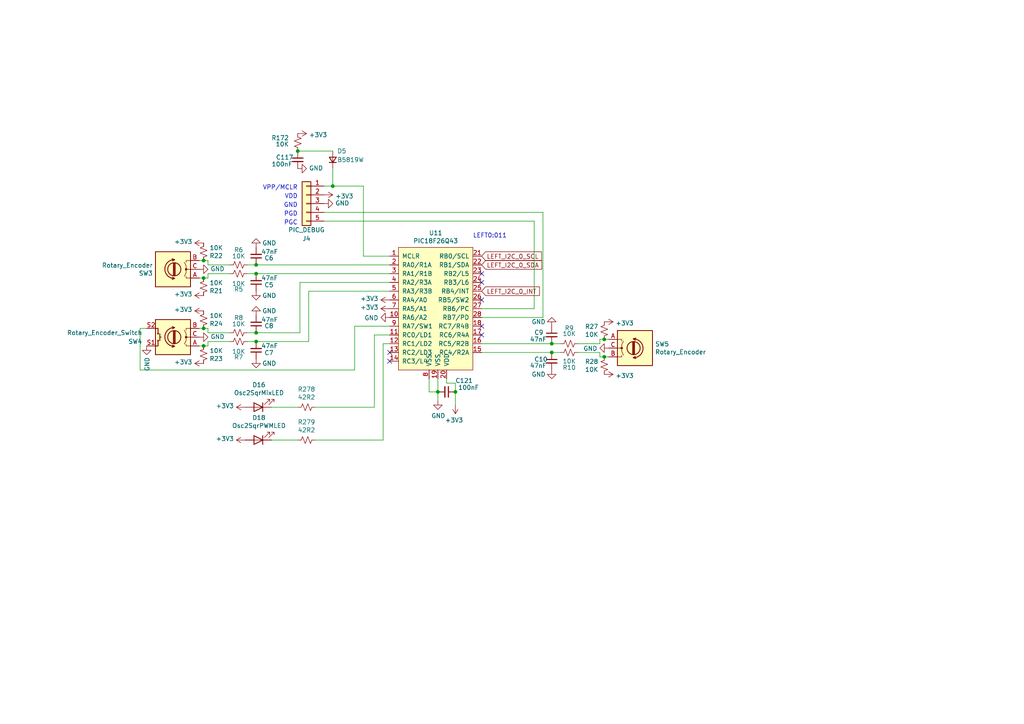
<source format=kicad_sch>
(kicad_sch (version 20210621) (generator eeschema)
  (paper "A4")
  (lib_symbols
    (symbol "Connector_Generic:Conn_01x05" (pin_names (offset 1.016) hide)
      (property "Reference" "J" (at 0 7.62 0))
      (property "Value" "Conn_01x05" (at 0 -7.62 0))
      (symbol "Conn_01x05_1_1"
        (rectangle (start -1.27 -4.953) (end 0 -5.207) (stroke (width 0.1524)))
        (rectangle (start -1.27 -2.413) (end 0 -2.667) (stroke (width 0.1524)))
        (rectangle (start -1.27 0.127) (end 0 -0.127) (stroke (width 0.1524)))
        (rectangle (start -1.27 2.667) (end 0 2.413) (stroke (width 0.1524)))
        (rectangle (start -1.27 5.207) (end 0 4.953) (stroke (width 0.1524)))
        (rectangle (start -1.27 6.35) (end 1.27 -6.35) (stroke (width 0.254)) (fill (type background)))
        (pin passive line (at -5.08 5.08 0) (length 3.81) (name "Pin_1") (number "1"))
        (pin passive line (at -5.08 2.54 0) (length 3.81) (name "Pin_2") (number "2"))
        (pin passive line (at -5.08 0 0) (length 3.81) (name "Pin_3") (number "3"))
        (pin passive line (at -5.08 -2.54 0) (length 3.81) (name "Pin_4") (number "4"))
        (pin passive line (at -5.08 -5.08 0) (length 3.81) (name "Pin_5") (number "5"))
      )
    )
    (symbol "Device:C_Small" (pin_numbers hide) (pin_names (offset 0.254) hide)
      (property "Reference" "C" (at 0.254 1.778 0))
      (property "Value" "C_Small" (at 0.254 -2.032 0))
      (symbol "C_Small_0_1"
        (polyline (pts (xy -1.524 -0.508) (xy 1.524 -0.508)) (stroke (width 0.3302)))
        (polyline (pts (xy -1.524 0.508) (xy 1.524 0.508)) (stroke (width 0.3048)))
      )
      (symbol "C_Small_1_1"
        (pin passive line (at 0 2.54 270) (length 2.032) (name "~") (number "1"))
        (pin passive line (at 0 -2.54 90) (length 2.032) (name "~") (number "2"))
      )
    )
    (symbol "Device:D_Small" (pin_numbers hide) (pin_names (offset 0.254) hide)
      (property "Reference" "D" (at -1.27 2.032 0))
      (property "Value" "D_Small" (at -3.81 -2.032 0))
      (symbol "D_Small_0_1"
        (polyline (pts (xy -0.762 -1.016) (xy -0.762 1.016)) (stroke (width 0.254)))
        (polyline (pts (xy -0.762 0) (xy 0.762 0)))
        (polyline (pts (xy 0.762 -1.016) (xy -0.762 0) (xy 0.762 1.016) (xy 0.762 -1.016)) (stroke (width 0.254)))
      )
      (symbol "D_Small_1_1"
        (pin passive line (at -2.54 0 0) (length 1.778) (name "K") (number "1"))
        (pin passive line (at 2.54 0 180) (length 1.778) (name "A") (number "2"))
      )
    )
    (symbol "Device:LED" (pin_numbers hide) (pin_names (offset 1.016) hide)
      (property "Reference" "D" (at 0 2.54 0))
      (property "Value" "LED" (at 0 -2.54 0))
      (symbol "LED_0_1"
        (polyline (pts (xy -1.27 -1.27) (xy -1.27 1.27)) (stroke (width 0.254)))
        (polyline (pts (xy -1.27 0) (xy 1.27 0)))
        (polyline (pts (xy 1.27 -1.27) (xy 1.27 1.27) (xy -1.27 0) (xy 1.27 -1.27)) (stroke (width 0.254)))
        (polyline (pts (xy -3.048 -0.762) (xy -4.572 -2.286) (xy -3.81 -2.286) (xy -4.572 -2.286) (xy -4.572 -1.524)))
        (polyline (pts (xy -1.778 -0.762) (xy -3.302 -2.286) (xy -2.54 -2.286) (xy -3.302 -2.286) (xy -3.302 -1.524)))
      )
      (symbol "LED_1_1"
        (pin passive line (at -3.81 0 0) (length 2.54) (name "K") (number "1"))
        (pin passive line (at 3.81 0 180) (length 2.54) (name "A") (number "2"))
      )
    )
    (symbol "Device:R_Small_US" (pin_numbers hide) (pin_names (offset 0.254) hide)
      (property "Reference" "R" (at 0.762 0.508 0))
      (property "Value" "R_Small_US" (at 0.762 -1.016 0))
      (symbol "R_Small_US_1_1"
        (polyline (pts (xy 0 0) (xy 1.016 -0.381) (xy 0 -0.762) (xy -1.016 -1.143) (xy 0 -1.524)))
        (polyline (pts (xy 0 1.524) (xy 1.016 1.143) (xy 0 0.762) (xy -1.016 0.381) (xy 0 0)))
        (pin passive line (at 0 2.54 270) (length 1.016) (name "~") (number "1"))
        (pin passive line (at 0 -2.54 90) (length 1.016) (name "~") (number "2"))
      )
    )
    (symbol "Device:RotaryEncoder" (pin_names (offset 0.254) hide)
      (property "Reference" "SW" (at 0 6.604 0))
      (property "Value" "RotaryEncoder" (at 0 -6.604 0))
      (symbol "RotaryEncoder_0_1"
        (arc (start -0.381 -2.794) (end -0.381 2.667) (radius (at -0.381 -0.0508) (length 2.7432) (angles -89.9 89.9)) (stroke (width 0.254)))
        (circle (center -0.381 0) (radius 1.905) (stroke (width 0.254)))
        (circle (center -3.81 0) (radius 0.254) (fill (type outline)))
        (rectangle (start -5.08 5.08) (end 5.08 -5.08) (stroke (width 0.254)) (fill (type background)))
        (polyline (pts (xy -0.635 -1.778) (xy -0.635 1.778)) (stroke (width 0.254)))
        (polyline (pts (xy -0.381 -1.778) (xy -0.381 1.778)) (stroke (width 0.254)))
        (polyline (pts (xy -0.127 1.778) (xy -0.127 -1.778)) (stroke (width 0.254)))
        (polyline (pts (xy -5.08 -2.54) (xy -3.81 -2.54) (xy -3.81 -2.032)))
        (polyline (pts (xy -5.08 2.54) (xy -3.81 2.54) (xy -3.81 2.032)))
        (polyline (pts (xy 0.254 -3.048) (xy -0.508 -2.794) (xy 0.127 -2.413)) (stroke (width 0.254)))
        (polyline (pts (xy 0.254 2.921) (xy -0.508 2.667) (xy 0.127 2.286)) (stroke (width 0.254)))
        (polyline (pts (xy -5.08 0) (xy -3.81 0) (xy -3.81 -1.016) (xy -3.302 -2.032)))
        (polyline (pts (xy -4.318 0) (xy -3.81 0) (xy -3.81 1.016) (xy -3.302 2.032)))
      )
      (symbol "RotaryEncoder_1_1"
        (pin passive line (at -7.62 2.54 0) (length 2.54) (name "A") (number "A"))
        (pin passive line (at -7.62 -2.54 0) (length 2.54) (name "B") (number "B"))
        (pin passive line (at -7.62 0 0) (length 2.54) (name "C") (number "C"))
      )
    )
    (symbol "Device:RotaryEncoder_Switch" (pin_names (offset 0.254) hide)
      (property "Reference" "SW" (at 0 6.604 0))
      (property "Value" "RotaryEncoder_Switch" (at 0 -6.604 0))
      (symbol "RotaryEncoder_Switch_0_1"
        (arc (start -0.381 -2.794) (end -0.381 2.667) (radius (at -0.381 -0.0508) (length 2.7432) (angles -89.9 89.9)) (stroke (width 0.254)))
        (circle (center -0.381 0) (radius 1.905) (stroke (width 0.254)))
        (circle (center 4.318 -1.016) (radius 0.127) (stroke (width 0.254)))
        (circle (center 4.318 1.016) (radius 0.127) (stroke (width 0.254)))
        (circle (center -3.81 0) (radius 0.254) (fill (type outline)))
        (rectangle (start -5.08 5.08) (end 5.08 -5.08) (stroke (width 0.254)) (fill (type background)))
        (polyline (pts (xy -0.635 -1.778) (xy -0.635 1.778)) (stroke (width 0.254)))
        (polyline (pts (xy -0.381 -1.778) (xy -0.381 1.778)) (stroke (width 0.254)))
        (polyline (pts (xy -0.127 1.778) (xy -0.127 -1.778)) (stroke (width 0.254)))
        (polyline (pts (xy 3.81 0) (xy 3.429 0)) (stroke (width 0.254)))
        (polyline (pts (xy 3.81 1.016) (xy 3.81 -1.016)) (stroke (width 0.254)))
        (polyline (pts (xy -5.08 -2.54) (xy -3.81 -2.54) (xy -3.81 -2.032)))
        (polyline (pts (xy -5.08 2.54) (xy -3.81 2.54) (xy -3.81 2.032)))
        (polyline (pts (xy 0.254 -3.048) (xy -0.508 -2.794) (xy 0.127 -2.413)) (stroke (width 0.254)))
        (polyline (pts (xy 0.254 2.921) (xy -0.508 2.667) (xy 0.127 2.286)) (stroke (width 0.254)))
        (polyline (pts (xy 5.08 -2.54) (xy 4.318 -2.54) (xy 4.318 -1.016)) (stroke (width 0.254)))
        (polyline (pts (xy 5.08 2.54) (xy 4.318 2.54) (xy 4.318 1.016)) (stroke (width 0.254)))
        (polyline (pts (xy -5.08 0) (xy -3.81 0) (xy -3.81 -1.016) (xy -3.302 -2.032)))
        (polyline (pts (xy -4.318 0) (xy -3.81 0) (xy -3.81 1.016) (xy -3.302 2.032)))
      )
      (symbol "RotaryEncoder_Switch_1_1"
        (pin passive line (at -7.62 2.54 0) (length 2.54) (name "A") (number "A"))
        (pin passive line (at -7.62 -2.54 0) (length 2.54) (name "B") (number "B"))
        (pin passive line (at -7.62 0 0) (length 2.54) (name "C") (number "C"))
        (pin passive line (at 7.62 2.54 180) (length 2.54) (name "S1") (number "S1"))
        (pin passive line (at 7.62 -2.54 180) (length 2.54) (name "S2") (number "S2"))
      )
    )
    (symbol "PIC18F26Q43:PIC18F26Q43" (pin_names (offset 1.016))
      (property "Reference" "U" (at -6.35 -1.27 0))
      (property "Value" "PIC18F26Q43" (at -6.35 -3.81 0))
      (symbol "PIC18F26Q43_0_1"
        (rectangle (start -17.78 -6.35) (end 3.81 -41.91) (fill (type background)))
      )
      (symbol "PIC18F26Q43_1_1"
        (pin input line (at -20.32 -8.89 0) (length 2.54) (name "MCLR") (number "1"))
        (pin input line (at -20.32 -26.67 0) (length 2.54) (name "RA6/A2") (number "10"))
        (pin output line (at -20.32 -31.75 0) (length 2.54) (name "RC0/LD1") (number "11"))
        (pin output line (at -20.32 -34.29 0) (length 2.54) (name "RC1/LD2") (number "12"))
        (pin output line (at -20.32 -36.83 0) (length 2.54) (name "RC2/LD3") (number "13"))
        (pin output line (at -20.32 -39.37 0) (length 2.54) (name "RC3/L4") (number "14"))
        (pin input line (at 6.35 -36.83 180) (length 2.54) (name "RC4/R2A") (number "15"))
        (pin input line (at 6.35 -34.29 180) (length 2.54) (name "RC5/R2B") (number "16"))
        (pin input line (at 6.35 -31.75 180) (length 2.54) (name "RC6/R4A") (number "17"))
        (pin input line (at 6.35 -29.21 180) (length 2.54) (name "RC7/R4B") (number "18"))
        (pin power_in line (at -6.35 -44.45 90) (length 2.54) (name "VSS") (number "19"))
        (pin input line (at -20.32 -11.43 0) (length 2.54) (name "RA0/R1A") (number "2"))
        (pin power_in line (at -3.81 -44.45 90) (length 2.54) (name "VDD") (number "20"))
        (pin input line (at 6.35 -8.89 180) (length 2.54) (name "RB0/SCL") (number "21"))
        (pin bidirectional line (at 6.35 -11.43 180) (length 2.54) (name "RB1/SDA") (number "22"))
        (pin output line (at 6.35 -13.97 180) (length 2.54) (name "RB2/L5") (number "23"))
        (pin output line (at 6.35 -16.51 180) (length 2.54) (name "RB3/L6") (number "24"))
        (pin bidirectional line (at 6.35 -19.05 180) (length 2.54) (name "RB4/INT") (number "25"))
        (pin output line (at 6.35 -21.59 180) (length 2.54) (name "RB5/SW2") (number "26"))
        (pin input line (at 6.35 -24.13 180) (length 2.54) (name "RB6/PC") (number "27"))
        (pin input line (at 6.35 -26.67 180) (length 2.54) (name "RB7/PD") (number "28"))
        (pin input line (at -20.32 -13.97 0) (length 2.54) (name "RA1/R1B") (number "3"))
        (pin input line (at -20.32 -16.51 0) (length 2.54) (name "RA2/R3A") (number "4"))
        (pin input line (at -20.32 -19.05 0) (length 2.54) (name "RA3/R3B") (number "5"))
        (pin input line (at -20.32 -21.59 0) (length 2.54) (name "RA4/A0") (number "6"))
        (pin input line (at -20.32 -24.13 0) (length 2.54) (name "RA5/A1") (number "7"))
        (pin power_in line (at -8.89 -44.45 90) (length 2.54) (name "VSS") (number "8"))
        (pin input line (at -20.32 -29.21 0) (length 2.54) (name "RA7/SW1") (number "9"))
      )
    )
    (symbol "power:+3.3V" (power) (pin_names (offset 0))
      (property "Value" "+3.3V" (at 0 3.556 0))
      (symbol "+3.3V_0_1"
        (polyline (pts (xy -0.762 1.27) (xy 0 2.54)))
        (polyline (pts (xy 0 0) (xy 0 2.54)))
        (polyline (pts (xy 0 2.54) (xy 0.762 1.27)))
      )
      (symbol "+3.3V_1_1"
        (pin power_in line (at 0 0 90) (length 0) hide (name "+3V3") (number "1"))
      )
    )
    (symbol "power:GND" (power) (pin_names (offset 0))
      (property "Value" "GND" (at 0 -3.81 0))
      (symbol "GND_0_1"
        (polyline (pts (xy 0 0) (xy 0 -1.27) (xy 1.27 -1.27) (xy 0 -2.54) (xy -1.27 -1.27) (xy 0 -1.27)))
      )
      (symbol "GND_1_1"
        (pin power_in line (at 0 0 270) (length 0) hide (name "GND") (number "1"))
      )
    )
  )
  (junction (at 59.055 75.565))
  (junction (at 59.055 80.645))
  (junction (at 59.055 95.25))
  (junction (at 59.055 100.33))
  (junction (at 74.295 76.835))
  (junction (at 74.295 79.375))
  (junction (at 74.295 96.52))
  (junction (at 74.295 99.06))
  (junction (at 86.36 43.815))
  (junction (at 96.52 53.975))
  (junction (at 127 113.665))
  (junction (at 132.08 113.665))
  (junction (at 160.02 99.695))
  (junction (at 160.02 102.235))
  (junction (at 175.26 98.425))
  (junction (at 175.26 103.505))
  (no_connect (at 113.03 102.235))
  (no_connect (at 113.03 104.775))
  (no_connect (at 139.7 79.375))
  (no_connect (at 139.7 81.915))
  (no_connect (at 139.7 86.995))
  (no_connect (at 139.7 94.615))
  (no_connect (at 139.7 97.155))
  (wire (pts (xy 40.64 95.25) (xy 40.64 107.315)))
  (wire (pts (xy 40.64 107.315) (xy 102.87 107.315)))
  (wire (pts (xy 42.545 95.25) (xy 40.64 95.25)))
  (wire (pts (xy 59.055 75.565) (xy 57.785 75.565)))
  (wire (pts (xy 59.055 80.645) (xy 57.785 80.645)))
  (wire (pts (xy 59.055 95.25) (xy 57.785 95.25)))
  (wire (pts (xy 59.055 100.33) (xy 57.785 100.33)))
  (wire (pts (xy 60.325 75.565) (xy 59.055 75.565)))
  (wire (pts (xy 60.325 76.835) (xy 60.325 75.565)))
  (wire (pts (xy 60.325 80.645) (xy 59.055 80.645)))
  (wire (pts (xy 60.325 80.645) (xy 60.325 79.375)))
  (wire (pts (xy 60.325 95.25) (xy 59.055 95.25)))
  (wire (pts (xy 60.325 96.52) (xy 60.325 95.25)))
  (wire (pts (xy 60.325 100.33) (xy 59.055 100.33)))
  (wire (pts (xy 60.325 100.33) (xy 60.325 99.06)))
  (wire (pts (xy 66.675 76.835) (xy 60.325 76.835)))
  (wire (pts (xy 66.675 79.375) (xy 60.325 79.375)))
  (wire (pts (xy 66.675 96.52) (xy 60.325 96.52)))
  (wire (pts (xy 66.675 99.06) (xy 60.325 99.06)))
  (wire (pts (xy 71.755 76.835) (xy 74.295 76.835)))
  (wire (pts (xy 71.755 79.375) (xy 74.295 79.375)))
  (wire (pts (xy 71.755 96.52) (xy 74.295 96.52)))
  (wire (pts (xy 71.755 99.06) (xy 74.295 99.06)))
  (wire (pts (xy 74.295 76.835) (xy 113.03 76.835)))
  (wire (pts (xy 74.295 79.375) (xy 113.03 79.375)))
  (wire (pts (xy 74.295 96.52) (xy 86.995 96.52)))
  (wire (pts (xy 74.295 99.06) (xy 89.535 99.06)))
  (wire (pts (xy 78.74 118.11) (xy 86.36 118.11)))
  (wire (pts (xy 86.36 43.815) (xy 96.52 43.815)))
  (wire (pts (xy 86.36 127.635) (xy 78.74 127.635)))
  (wire (pts (xy 86.995 81.915) (xy 86.995 96.52)))
  (wire (pts (xy 86.995 81.915) (xy 113.03 81.915)))
  (wire (pts (xy 89.535 99.06) (xy 89.535 84.455)))
  (wire (pts (xy 91.44 118.11) (xy 108.585 118.11)))
  (wire (pts (xy 93.98 53.975) (xy 96.52 53.975)))
  (wire (pts (xy 93.98 61.595) (xy 157.48 61.595)))
  (wire (pts (xy 96.52 53.975) (xy 96.52 48.895)))
  (wire (pts (xy 102.87 94.615) (xy 102.87 107.315)))
  (wire (pts (xy 105.41 53.975) (xy 96.52 53.975)))
  (wire (pts (xy 105.41 53.975) (xy 105.41 74.295)))
  (wire (pts (xy 105.41 74.295) (xy 113.03 74.295)))
  (wire (pts (xy 108.585 97.155) (xy 108.585 118.11)))
  (wire (pts (xy 108.585 97.155) (xy 113.03 97.155)))
  (wire (pts (xy 111.125 99.695) (xy 111.125 127.635)))
  (wire (pts (xy 111.125 127.635) (xy 91.44 127.635)))
  (wire (pts (xy 113.03 84.455) (xy 89.535 84.455)))
  (wire (pts (xy 113.03 94.615) (xy 102.87 94.615)))
  (wire (pts (xy 113.03 99.695) (xy 111.125 99.695)))
  (wire (pts (xy 124.46 109.855) (xy 124.46 113.665)))
  (wire (pts (xy 124.46 113.665) (xy 127 113.665)))
  (wire (pts (xy 127 109.855) (xy 127 113.665)))
  (wire (pts (xy 127 113.665) (xy 127 116.205)))
  (wire (pts (xy 129.54 109.855) (xy 129.54 111.125)))
  (wire (pts (xy 132.08 111.125) (xy 129.54 111.125)))
  (wire (pts (xy 132.08 111.125) (xy 132.08 113.665)))
  (wire (pts (xy 132.08 117.475) (xy 132.08 113.665)))
  (wire (pts (xy 139.7 89.535) (xy 154.94 89.535)))
  (wire (pts (xy 139.7 99.695) (xy 160.02 99.695)))
  (wire (pts (xy 139.7 102.235) (xy 160.02 102.235)))
  (wire (pts (xy 154.94 64.135) (xy 93.98 64.135)))
  (wire (pts (xy 154.94 89.535) (xy 154.94 64.135)))
  (wire (pts (xy 157.48 61.595) (xy 157.48 92.075)))
  (wire (pts (xy 157.48 92.075) (xy 139.7 92.075)))
  (wire (pts (xy 162.56 99.695) (xy 160.02 99.695)))
  (wire (pts (xy 162.56 102.235) (xy 160.02 102.235)))
  (wire (pts (xy 167.64 99.695) (xy 173.99 99.695)))
  (wire (pts (xy 167.64 102.235) (xy 173.99 102.235)))
  (wire (pts (xy 173.99 98.425) (xy 173.99 99.695)))
  (wire (pts (xy 173.99 98.425) (xy 175.26 98.425)))
  (wire (pts (xy 173.99 102.235) (xy 173.99 103.505)))
  (wire (pts (xy 173.99 103.505) (xy 175.26 103.505)))
  (wire (pts (xy 175.26 98.425) (xy 176.53 98.425)))
  (wire (pts (xy 175.26 103.505) (xy 176.53 103.505)))
  (text "VPP/MCLR" (at 86.36 55.245 180) (effects (font (size 1.27 1.27)) (justify right bottom)))
  (text "VDD" (at 86.36 57.785 180) (effects (font (size 1.27 1.27)) (justify right bottom)))
  (text "GND" (at 86.36 60.325 180) (effects (font (size 1.27 1.27)) (justify right bottom)))
  (text "PGD" (at 86.36 62.865 180) (effects (font (size 1.27 1.27)) (justify right bottom)))
  (text "PGC" (at 86.36 65.405 180) (effects (font (size 1.27 1.27)) (justify right bottom)))
  (text "LEFT0:011" (at 137.16 69.215 0) (effects (font (size 1.27 1.27)) (justify left bottom)))
  (global_label "LEFT_I2C_0_SCL" (shape input) (at 139.7 74.295 0) (property "Intersheet References" "${INTERSHEET_REFS}" (effects hide)))
  (global_label "LEFT_I2C_0_SDA" (shape input) (at 139.7 76.835 0) (property "Intersheet References" "${INTERSHEET_REFS}" (effects hide)))
  (global_label "LEFT_I2C_0_INT" (shape input) (at 139.7 84.455 0) (property "Intersheet References" "${INTERSHEET_REFS}" (effects hide)))
  (symbol (lib_id "power:+3.3V") (at 59.055 70.485 90) (unit 1)
    (property "Reference" "#PWR0229" (effects hide))
    (property "Value" "+3.3V" (at 55.8038 70.104 90) (effects (justify left)))
  )
  (symbol (lib_id "power:+3.3V") (at 59.055 85.725 90) (unit 1)
    (property "Reference" "#PWR0227" (effects hide))
    (property "Value" "+3.3V" (at 55.8038 85.344 90) (effects (justify left)))
  )
  (symbol (lib_id "power:+3.3V") (at 59.055 90.17 90) (unit 1)
    (property "Reference" "#PWR0236" (effects hide))
    (property "Value" "+3.3V" (at 55.8038 89.789 90) (effects (justify left)))
  )
  (symbol (lib_id "power:+3.3V") (at 59.055 105.41 90) (unit 1)
    (property "Reference" "#PWR0231" (effects hide))
    (property "Value" "+3.3V" (at 55.8038 105.029 90) (effects (justify left)))
  )
  (symbol (lib_id "power:+3.3V") (at 71.12 118.11 90) (unit 1)
    (property "Reference" "#PWR0636" (effects hide))
    (property "Value" "+3.3V" (at 67.8688 117.729 90) (effects (justify left)))
  )
  (symbol (lib_id "power:+3.3V") (at 71.12 127.635 90) (unit 1)
    (property "Reference" "#PWR0637" (effects hide))
    (property "Value" "+3.3V" (at 67.8688 127.254 90) (effects (justify left)))
  )
  (symbol (lib_id "power:+3.3V") (at 86.36 38.735 270) (unit 1)
    (property "Reference" "#PWR0220" (effects hide))
    (property "Value" "+3.3V" (at 89.6112 39.116 90) (effects (justify left)))
  )
  (symbol (lib_id "power:+3.3V") (at 93.98 56.515 270) (unit 1)
    (property "Reference" "#PWR0221" (effects hide))
    (property "Value" "+3.3V" (at 97.2312 56.896 90) (effects (justify left)))
  )
  (symbol (lib_id "power:+3.3V") (at 113.03 86.995 90) (unit 1)
    (property "Reference" "#PWR0915" (effects hide))
    (property "Value" "+3.3V" (at 109.7788 86.614 90) (effects (justify left)))
  )
  (symbol (lib_id "power:+3.3V") (at 113.03 89.535 90) (unit 1)
    (property "Reference" "#PWR0916" (effects hide))
    (property "Value" "+3.3V" (at 109.7788 89.154 90) (effects (justify left)))
  )
  (symbol (lib_id "power:+3.3V") (at 132.08 117.475 180) (unit 1)
    (property "Reference" "#PWR0222" (effects hide))
    (property "Value" "+3.3V" (at 131.699 121.8692 0))
  )
  (symbol (lib_id "power:+3.3V") (at 175.26 93.345 270) (unit 1)
    (property "Reference" "#PWR0238" (effects hide))
    (property "Value" "+3.3V" (at 178.5112 93.726 90) (effects (justify left)))
  )
  (symbol (lib_id "power:+3.3V") (at 175.26 108.585 270) (unit 1)
    (property "Reference" "#PWR0240" (effects hide))
    (property "Value" "+3.3V" (at 178.5112 108.966 90) (effects (justify left)))
  )
  (symbol (lib_id "power:GND") (at 42.545 100.33 0) (unit 1)
    (property "Reference" "#PWR0377" (effects hide))
    (property "Value" "GND" (at 42.672 103.5812 90) (effects (justify right)))
  )
  (symbol (lib_id "power:GND") (at 57.785 78.105 90) (unit 1)
    (property "Reference" "#PWR081" (effects hide))
    (property "Value" "GND" (at 61.0362 77.978 90) (effects (justify right)))
  )
  (symbol (lib_id "power:GND") (at 57.785 97.79 90) (unit 1)
    (property "Reference" "#PWR082" (effects hide))
    (property "Value" "GND" (at 61.0362 97.663 90) (effects (justify right)))
  )
  (symbol (lib_id "power:GND") (at 74.295 71.755 180) (unit 1)
    (property "Reference" "#PWR056" (effects hide))
    (property "Value" "GND" (at 78.105 70.485 0))
  )
  (symbol (lib_id "power:GND") (at 74.295 84.455 0) (unit 1)
    (property "Reference" "#PWR055" (effects hide))
    (property "Value" "GND" (at 78.105 85.725 0))
  )
  (symbol (lib_id "power:GND") (at 74.295 91.44 180) (unit 1)
    (property "Reference" "#PWR058" (effects hide))
    (property "Value" "GND" (at 78.105 90.17 0))
  )
  (symbol (lib_id "power:GND") (at 74.295 104.14 0) (unit 1)
    (property "Reference" "#PWR057" (effects hide))
    (property "Value" "GND" (at 78.105 105.41 0))
  )
  (symbol (lib_id "power:GND") (at 86.36 48.895 90) (unit 1)
    (property "Reference" "#PWR0256" (effects hide))
    (property "Value" "GND" (at 89.6112 48.768 90) (effects (justify right)))
  )
  (symbol (lib_id "power:GND") (at 93.98 59.055 90) (unit 1)
    (property "Reference" "#PWR0254" (effects hide))
    (property "Value" "GND" (at 97.2312 58.928 90) (effects (justify right)))
  )
  (symbol (lib_id "power:GND") (at 113.03 92.075 270) (unit 1)
    (property "Reference" "#PWR0917" (effects hide))
    (property "Value" "GND" (at 109.7788 92.202 90) (effects (justify right)))
  )
  (symbol (lib_id "power:GND") (at 127 116.205 0) (unit 1)
    (property "Reference" "#PWR0237" (effects hide))
    (property "Value" "GND" (at 127.127 120.5992 0))
  )
  (symbol (lib_id "power:GND") (at 160.02 94.615 180) (unit 1)
    (property "Reference" "#PWR059" (effects hide))
    (property "Value" "GND" (at 156.21 93.345 0))
  )
  (symbol (lib_id "power:GND") (at 160.02 107.315 0) (unit 1)
    (property "Reference" "#PWR060" (effects hide))
    (property "Value" "GND" (at 156.21 108.585 0))
  )
  (symbol (lib_id "power:GND") (at 176.53 100.965 270) (unit 1)
    (property "Reference" "#PWR083" (effects hide))
    (property "Value" "GND" (at 173.2788 101.092 90) (effects (justify right)))
  )
  (symbol (lib_id "Device:R_Small_US") (at 59.055 73.025 0) (mirror y) (unit 1)
    (property "Reference" "R22" (at 60.7568 74.1934 0) (effects (justify right)))
    (property "Value" "10K" (at 60.7568 71.882 0) (effects (justify right)))
    (property "Footprint" "Resistor_SMD:R_0402_1005Metric" (effects hide))
    (property "LCSC" "C25744" (effects hide))
  )
  (symbol (lib_id "Device:R_Small_US") (at 59.055 83.185 0) (mirror y) (unit 1)
    (property "Reference" "R21" (at 60.7568 84.3534 0) (effects (justify right)))
    (property "Value" "10K" (at 60.7568 82.042 0) (effects (justify right)))
    (property "Footprint" "Resistor_SMD:R_0402_1005Metric" (effects hide))
    (property "LCSC" "C25744" (effects hide))
  )
  (symbol (lib_id "Device:R_Small_US") (at 59.055 92.71 0) (mirror y) (unit 1)
    (property "Reference" "R24" (at 60.7568 93.8784 0) (effects (justify right)))
    (property "Value" "10K" (at 60.7568 91.567 0) (effects (justify right)))
    (property "Footprint" "Resistor_SMD:R_0402_1005Metric" (effects hide))
    (property "LCSC" "C25744" (effects hide))
  )
  (symbol (lib_id "Device:R_Small_US") (at 59.055 102.87 0) (mirror y) (unit 1)
    (property "Reference" "R23" (at 60.7568 104.0384 0) (effects (justify right)))
    (property "Value" "10K" (at 60.7568 101.727 0) (effects (justify right)))
    (property "Footprint" "Resistor_SMD:R_0402_1005Metric" (effects hide))
    (property "LCSC" "C25744" (effects hide))
  )
  (symbol (lib_id "Device:R_Small_US") (at 69.215 76.835 270) (unit 1)
    (property "Reference" "R6" (at 69.215 71.755 90) (effects (justify top)))
    (property "Value" "10K" (at 69.215 74.295 90))
    (property "Footprint" "Resistor_SMD:R_0402_1005Metric" (effects hide))
    (property "LCSC" "C25744" (effects hide))
  )
  (symbol (lib_id "Device:R_Small_US") (at 69.215 79.375 90) (unit 1)
    (property "Reference" "R5" (at 69.215 83.185 90) (effects (justify bottom)))
    (property "Value" "10K" (at 69.215 82.2706 90))
    (property "Footprint" "Resistor_SMD:R_0402_1005Metric" (effects hide))
    (property "LCSC" "C25744" (effects hide))
  )
  (symbol (lib_id "Device:R_Small_US") (at 69.215 96.52 270) (unit 1)
    (property "Reference" "R8" (at 69.215 91.44 90) (effects (justify top)))
    (property "Value" "10K" (at 69.215 93.98 90))
    (property "Footprint" "Resistor_SMD:R_0402_1005Metric" (effects hide))
    (property "LCSC" "C25744" (effects hide))
  )
  (symbol (lib_id "Device:R_Small_US") (at 69.215 99.06 90) (unit 1)
    (property "Reference" "R7" (at 69.215 102.87 90) (effects (justify bottom)))
    (property "Value" "10K" (at 69.215 101.9556 90))
    (property "Footprint" "Resistor_SMD:R_0402_1005Metric" (effects hide))
    (property "LCSC" "C25744" (effects hide))
  )
  (symbol (lib_id "Device:R_Small_US") (at 86.36 41.275 180) (unit 1)
    (property "Reference" "R172" (at 83.82 40.005 0) (effects (justify left)))
    (property "Value" "10K" (at 83.82 42.545 0) (effects (justify left top)))
    (property "Footprint" "Resistor_SMD:R_0603_1608Metric" (effects hide))
    (property "LCSC" "C25804" (effects hide))
  )
  (symbol (lib_id "Device:R_Small_US") (at 88.9 118.11 270) (unit 1)
    (property "Reference" "R278" (at 88.9 112.903 90))
    (property "Value" "42R2" (at 88.9 115.2144 90))
    (property "Footprint" "Resistor_SMD:R_0603_1608Metric" (effects hide))
    (property "LCSC" "C23182" (effects hide))
  )
  (symbol (lib_id "Device:R_Small_US") (at 88.9 127.635 270) (unit 1)
    (property "Reference" "R279" (at 88.9 122.428 90))
    (property "Value" "42R2" (at 88.9 124.7394 90))
    (property "Footprint" "Resistor_SMD:R_0603_1608Metric" (effects hide))
    (property "LCSC" "C23182" (effects hide))
  )
  (symbol (lib_id "Device:R_Small_US") (at 165.1 99.695 270) (unit 1)
    (property "Reference" "R9" (at 165.1 95.885 90) (effects (justify bottom)))
    (property "Value" "10K" (at 165.1 96.7994 90))
    (property "Footprint" "Resistor_SMD:R_0402_1005Metric" (effects hide))
    (property "LCSC" "C25744" (effects hide))
  )
  (symbol (lib_id "Device:R_Small_US") (at 165.1 102.235 90) (unit 1)
    (property "Reference" "R10" (at 165.1 107.315 90) (effects (justify top)))
    (property "Value" "10K" (at 165.1 104.775 90))
    (property "Footprint" "Resistor_SMD:R_0402_1005Metric" (effects hide))
    (property "LCSC" "C25744" (effects hide))
  )
  (symbol (lib_id "Device:R_Small_US") (at 175.26 95.885 0) (mirror x) (unit 1)
    (property "Reference" "R27" (at 173.5582 94.7166 0) (effects (justify right)))
    (property "Value" "10K" (at 173.5582 97.028 0) (effects (justify right)))
    (property "Footprint" "Resistor_SMD:R_0402_1005Metric" (effects hide))
    (property "LCSC" "C25744" (effects hide))
  )
  (symbol (lib_id "Device:R_Small_US") (at 175.26 106.045 0) (mirror x) (unit 1)
    (property "Reference" "R28" (at 173.5582 104.8766 0) (effects (justify right)))
    (property "Value" "10K" (at 173.5582 107.188 0) (effects (justify right)))
    (property "Footprint" "Resistor_SMD:R_0402_1005Metric" (effects hide))
    (property "LCSC" "C25744" (effects hide))
  )
  (symbol (lib_id "Device:D_Small") (at 96.52 46.355 90) (unit 1)
    (property "Reference" "D5" (at 97.79 43.815 90) (effects (justify right)))
    (property "Value" "B5819W" (at 97.79 46.355 90) (effects (justify right)))
    (property "Footprint" "Diode_SMD:D_SOD-123" (effects hide))
    (property "LCSC" "C8598" (effects hide))
  )
  (symbol (lib_id "Device:C_Small") (at 74.295 74.295 0) (mirror x) (unit 1)
    (property "Reference" "C6" (at 79.375 75.565 0) (effects (justify right top)))
    (property "Value" "47nF" (at 80.645 73.025 0) (effects (justify right)))
    (property "Footprint" "Capacitor_SMD:C_0603_1608Metric" (effects hide))
    (property "LCSC" "C1622" (effects hide))
  )
  (symbol (lib_id "Device:C_Small") (at 74.295 81.915 0) (mirror x) (unit 1)
    (property "Reference" "C5" (at 79.375 81.915 0) (effects (justify right bottom)))
    (property "Value" "47nF" (at 80.645 80.645 0) (effects (justify right)))
    (property "Footprint" "Capacitor_SMD:C_0603_1608Metric" (effects hide))
    (property "LCSC" "C1622" (effects hide))
  )
  (symbol (lib_id "Device:C_Small") (at 74.295 93.98 0) (mirror x) (unit 1)
    (property "Reference" "C8" (at 79.375 95.25 0) (effects (justify right top)))
    (property "Value" "47nF" (at 80.645 92.71 0) (effects (justify right)))
    (property "Footprint" "Capacitor_SMD:C_0603_1608Metric" (effects hide))
    (property "LCSC" "C1622" (effects hide))
  )
  (symbol (lib_id "Device:C_Small") (at 74.295 101.6 0) (mirror x) (unit 1)
    (property "Reference" "C7" (at 79.375 101.6 0) (effects (justify right bottom)))
    (property "Value" "47nF" (at 80.645 100.33 0) (effects (justify right)))
    (property "Footprint" "Capacitor_SMD:C_0603_1608Metric" (effects hide))
    (property "LCSC" "C1622" (effects hide))
  )
  (symbol (lib_id "Device:C_Small") (at 86.36 46.355 0) (unit 1)
    (property "Reference" "C117" (at 80.01 46.355 0) (effects (justify left bottom)))
    (property "Value" "100nF" (at 78.74 47.625 0) (effects (justify left)))
    (property "Footprint" "Capacitor_SMD:C_0402_1005Metric" (effects hide))
    (property "LCSC" "C1525" (effects hide))
  )
  (symbol (lib_id "Device:C_Small") (at 129.54 113.665 270) (unit 1)
    (property "Reference" "C121" (at 134.62 111.125 90) (effects (justify bottom)))
    (property "Value" "100nF" (at 135.89 112.395 90))
    (property "Footprint" "Capacitor_SMD:C_0402_1005Metric" (effects hide))
    (property "LCSC" "C1525" (effects hide))
  )
  (symbol (lib_id "Device:C_Small") (at 160.02 97.155 0) (mirror y) (unit 1)
    (property "Reference" "C9" (at 154.94 97.155 0) (effects (justify right bottom)))
    (property "Value" "47nF" (at 153.67 98.425 0) (effects (justify right)))
    (property "Footprint" "Capacitor_SMD:C_0603_1608Metric" (effects hide))
    (property "LCSC" "C1622" (effects hide))
  )
  (symbol (lib_id "Device:C_Small") (at 160.02 104.775 0) (mirror y) (unit 1)
    (property "Reference" "C10" (at 154.94 103.505 0) (effects (justify right top)))
    (property "Value" "47nF" (at 153.67 106.045 0) (effects (justify right)))
    (property "Footprint" "Capacitor_SMD:C_0603_1608Metric" (effects hide))
    (property "LCSC" "C1622" (effects hide))
  )
  (symbol (lib_id "Device:LED") (at 74.93 118.11 180) (unit 1)
    (property "Reference" "D16" (at 75.1078 111.633 0))
    (property "Value" "Osc2SqrMixLED" (at 75.1078 113.9444 0))
    (property "Footprint" "LED_SMD:LED_0603_1608Metric" (effects hide))
    (property "LCSC" "C2286" (effects hide))
  )
  (symbol (lib_id "Device:LED") (at 74.93 127.635 180) (unit 1)
    (property "Reference" "D18" (at 75.1078 121.158 0))
    (property "Value" "Osc2SqrPWMLED" (at 75.1078 123.4694 0))
    (property "Footprint" "LED_SMD:LED_0603_1608Metric" (effects hide))
    (property "LCSC" "C2286" (effects hide))
  )
  (symbol (lib_id "Connector_Generic:Conn_01x05") (at 88.9 59.055 0) (mirror y) (unit 1)
    (property "Reference" "J4" (at 88.9 69.215 0))
    (property "Value" "PIC_DEBUG" (at 88.9 66.675 0))
    (property "Footprint" "Connector_PinHeader_1.27mm:PinHeader_1x05_P1.27mm_Vertical" (effects hide))
  )
  (symbol (lib_id "Device:RotaryEncoder") (at 50.165 78.105 180) (unit 1)
    (property "Reference" "SW3" (at 44.323 79.2734 0) (effects (justify left)))
    (property "Value" "Rotary_Encoder" (at 44.323 76.962 0) (effects (justify left)))
    (property "Footprint" "PEC11R:PEC11R-4x15F-N0024" (effects hide))
  )
  (symbol (lib_id "Device:RotaryEncoder") (at 184.15 100.965 0) (unit 1)
    (property "Reference" "SW5" (at 189.992 99.7966 0) (effects (justify left)))
    (property "Value" "Rotary_Encoder" (at 189.992 102.108 0) (effects (justify left)))
    (property "Footprint" "PEC11R:PEC11R-4x15F-N0024" (effects hide))
  )
  (symbol (lib_id "Device:RotaryEncoder_Switch") (at 50.165 97.79 180) (unit 1)
    (property "Reference" "SW4" (at 41.275 99.06 0) (effects (justify left)))
    (property "Value" "Rotary_Encoder_Switch" (at 41.275 96.52 0) (effects (justify left)))
    (property "Footprint" "PEC11R:PEC11R-4x15F-S0024" (effects hide))
  )
  (symbol (lib_id "PIC18F26Q43:PIC18F26Q43") (at 133.35 65.405 0) (unit 1)
    (property "Reference" "U11" (at 126.365 67.564 0))
    (property "Value" "PIC18F26Q43" (at 126.365 69.8754 0))
    (property "Footprint" "Package_SO:SSOP-28_5.3x10.2mm_P0.65mm" (effects hide))
  )
)
</source>
